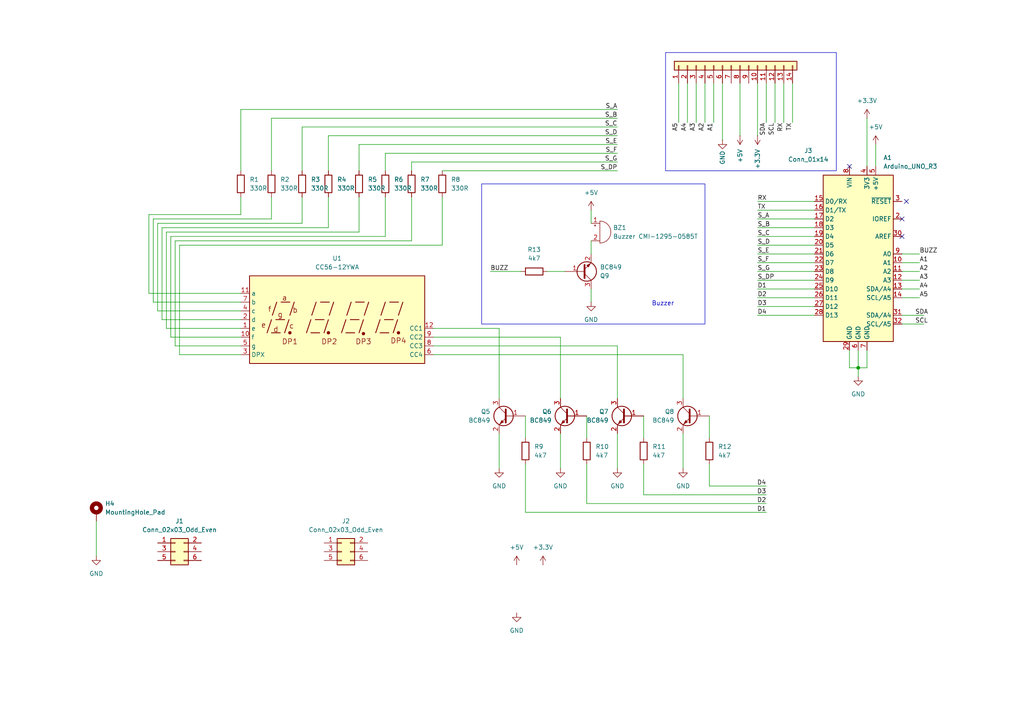
<source format=kicad_sch>
(kicad_sch (version 20231120) (generator "eeschema") (generator_version "8.0")
  (paper "A4")
  (title_block (title "Der Assembler-Down-Counter") (date "2024-09-23") (rev "0.1") (company "FH-DO") (comment 3 "Rechnerstruktur und Betriebssysteme") (comment 4 "Der Arduino Down-Counter"))
  (lib_symbols
    (symbol "Connector_Generic:Conn_01x14" (pin_names (offset 1.016) hide)
      (property "Reference" "J" (at 0 17.78 0))
      (property "Value" "Conn_01x14" (at 0 -20.32 0))
      (symbol "Conn_01x14_1_1"
        (rectangle (start -1.27 -17.653) (end 0 -17.907) (stroke (width 0.1524)))
        (rectangle (start -1.27 -15.113) (end 0 -15.367) (stroke (width 0.1524)))
        (rectangle (start -1.27 -12.573) (end 0 -12.827) (stroke (width 0.1524)))
        (rectangle (start -1.27 -10.033) (end 0 -10.287) (stroke (width 0.1524)))
        (rectangle (start -1.27 -7.493) (end 0 -7.747) (stroke (width 0.1524)))
        (rectangle (start -1.27 -4.953) (end 0 -5.207) (stroke (width 0.1524)))
        (rectangle (start -1.27 -2.413) (end 0 -2.667) (stroke (width 0.1524)))
        (rectangle (start -1.27 0.127) (end 0 -0.127) (stroke (width 0.1524)))
        (rectangle (start -1.27 2.667) (end 0 2.413) (stroke (width 0.1524)))
        (rectangle (start -1.27 5.207) (end 0 4.953) (stroke (width 0.1524)))
        (rectangle (start -1.27 7.747) (end 0 7.493) (stroke (width 0.1524)))
        (rectangle (start -1.27 10.287) (end 0 10.033) (stroke (width 0.1524)))
        (rectangle (start -1.27 12.827) (end 0 12.573) (stroke (width 0.1524)))
        (rectangle (start -1.27 15.367) (end 0 15.113) (stroke (width 0.1524)))
        (rectangle (start -1.27 16.51) (end 1.27 -19.05) (stroke (width 0.254)) (fill (type background)))
        (pin passive line (at -5.08 15.24 0) (length 3.81) (name "Pin_1") (number "1"))
        (pin passive line (at -5.08 -7.62 0) (length 3.81) (name "Pin_10") (number "10"))
        (pin passive line (at -5.08 -10.16 0) (length 3.81) (name "Pin_11") (number "11"))
        (pin passive line (at -5.08 -12.7 0) (length 3.81) (name "Pin_12") (number "12"))
        (pin passive line (at -5.08 -15.24 0) (length 3.81) (name "Pin_13") (number "13"))
        (pin passive line (at -5.08 -17.78 0) (length 3.81) (name "Pin_14") (number "14"))
        (pin passive line (at -5.08 12.7 0) (length 3.81) (name "Pin_2") (number "2"))
        (pin passive line (at -5.08 10.16 0) (length 3.81) (name "Pin_3") (number "3"))
        (pin passive line (at -5.08 7.62 0) (length 3.81) (name "Pin_4") (number "4"))
        (pin passive line (at -5.08 5.08 0) (length 3.81) (name "Pin_5") (number "5"))
        (pin passive line (at -5.08 2.54 0) (length 3.81) (name "Pin_6") (number "6"))
        (pin passive line (at -5.08 0 0) (length 3.81) (name "Pin_7") (number "7"))
        (pin passive line (at -5.08 -2.54 0) (length 3.81) (name "Pin_8") (number "8"))
        (pin passive line (at -5.08 -5.08 0) (length 3.81) (name "Pin_9") (number "9"))
      )
    )
    (symbol "Connector_Generic:Conn_02x03_Odd_Even" (pin_names (offset 1.016) hide)
      (property "Reference" "J" (at 1.27 5.08 0))
      (property "Value" "Conn_02x03_Odd_Even" (at 1.27 -5.08 0))
      (symbol "Conn_02x03_Odd_Even_1_1"
        (rectangle (start -1.27 -2.413) (end 0 -2.667) (stroke (width 0.1524)))
        (rectangle (start -1.27 0.127) (end 0 -0.127) (stroke (width 0.1524)))
        (rectangle (start -1.27 2.667) (end 0 2.413) (stroke (width 0.1524)))
        (rectangle (start -1.27 3.81) (end 3.81 -3.81) (stroke (width 0.254)) (fill (type background)))
        (rectangle (start 3.81 -2.413) (end 2.54 -2.667) (stroke (width 0.1524)))
        (rectangle (start 3.81 0.127) (end 2.54 -0.127) (stroke (width 0.1524)))
        (rectangle (start 3.81 2.667) (end 2.54 2.413) (stroke (width 0.1524)))
        (pin passive line (at -5.08 2.54 0) (length 3.81) (name "Pin_1") (number "1"))
        (pin passive line (at 7.62 2.54 180) (length 3.81) (name "Pin_2") (number "2"))
        (pin passive line (at -5.08 0 0) (length 3.81) (name "Pin_3") (number "3"))
        (pin passive line (at 7.62 0 180) (length 3.81) (name "Pin_4") (number "4"))
        (pin passive line (at -5.08 -2.54 0) (length 3.81) (name "Pin_5") (number "5"))
        (pin passive line (at 7.62 -2.54 180) (length 3.81) (name "Pin_6") (number "6"))
      )
    )
    (symbol "Device:Buzzer" (pin_names (offset 0.0254) hide)
      (property "Reference" "BZ" (at 3.81 1.27 0))
      (property "Value" "Buzzer" (at 3.81 -1.27 0))
      (symbol "Buzzer_0_1"
        (arc (start 0 -3.175) (mid 3.1612 0) (end 0 3.175))
        (polyline (pts (xy -1.651 1.905) (xy -1.143 1.905)))
        (polyline (pts (xy -1.397 2.159) (xy -1.397 1.651)))
        (polyline (pts (xy 0 3.175) (xy 0 -3.175)))
      )
      (symbol "Buzzer_1_1"
        (pin passive line (at -2.54 2.54 0) (length 2.54) (name "+") (number "1"))
        (pin passive line (at -2.54 -2.54 0) (length 2.54) (name "-") (number "2"))
      )
    )
    (symbol "Device:R" (pin_numbers hide) (pin_names (offset 0))
      (property "Reference" "R" (at 2.032 0 90))
      (property "Value" "R" (at 0 0 90))
      (symbol "R_0_1"
        (rectangle (start -1.016 -2.54) (end 1.016 2.54) (stroke (width 0.254)))
      )
      (symbol "R_1_1"
        (pin passive line (at 0 3.81 270) (length 1.27) (name "~") (number "1"))
        (pin passive line (at 0 -3.81 90) (length 1.27) (name "~") (number "2"))
      )
    )
    (symbol "Display_Character:CC56-12YWA"
      (property "Reference" "U" (at -24.13 13.97 0))
      (property "Value" "CC56-12YWA" (at 17.78 13.97 0))
      (symbol "CC56-12YWA_0_0"
        (rectangle (start -25.4 12.7) (end 25.4 -12.7) (stroke (width 0.254)) (fill (type background)))
        (polyline (pts (xy -20.32 -3.81) (xy -19.05 0)) (stroke (width 0.254)))
        (polyline (pts (xy -19.05 -3.81) (xy -16.51 -3.81)) (stroke (width 0.254)))
        (polyline (pts (xy -18.796 1.27) (xy -17.526 5.08)) (stroke (width 0.254)))
        (polyline (pts (xy -17.78 0) (xy -15.24 0)) (stroke (width 0.254)))
        (polyline (pts (xy -16.256 5.08) (xy -13.716 5.08)) (stroke (width 0.254)))
        (polyline (pts (xy -15.24 -3.81) (xy -13.97 0)) (stroke (width 0.254)))
        (polyline (pts (xy -13.716 1.27) (xy -12.446 5.08)) (stroke (width 0.254)))
        (polyline (pts (xy -8.89 -3.81) (xy -7.62 0)) (stroke (width 0.254)))
        (polyline (pts (xy -7.62 -3.81) (xy -5.08 -3.81)) (stroke (width 0.254)))
        (polyline (pts (xy -7.366 1.27) (xy -6.096 5.08)) (stroke (width 0.254)))
        (polyline (pts (xy -6.35 0) (xy -3.81 0)) (stroke (width 0.254)))
        (polyline (pts (xy -4.826 5.08) (xy -2.286 5.08)) (stroke (width 0.254)))
        (polyline (pts (xy -3.81 -3.81) (xy -2.54 0)) (stroke (width 0.254)))
        (polyline (pts (xy -2.286 1.27) (xy -1.016 5.08)) (stroke (width 0.254)))
        (polyline (pts (xy 1.27 -3.81) (xy 2.54 0)) (stroke (width 0.254)))
        (polyline (pts (xy 2.54 -3.81) (xy 5.08 -3.81)) (stroke (width 0.254)))
        (polyline (pts (xy 2.794 1.27) (xy 4.064 5.08)) (stroke (width 0.254)))
        (polyline (pts (xy 3.81 0) (xy 6.35 0)) (stroke (width 0.254)))
        (polyline (pts (xy 5.334 5.08) (xy 7.874 5.08)) (stroke (width 0.254)))
        (polyline (pts (xy 6.35 -3.81) (xy 7.62 0)) (stroke (width 0.254)))
        (polyline (pts (xy 7.874 1.27) (xy 9.144 5.08)) (stroke (width 0.254)))
        (polyline (pts (xy 11.176 -3.81) (xy 12.446 0)) (stroke (width 0.254)))
        (polyline (pts (xy 12.446 -3.81) (xy 14.986 -3.81)) (stroke (width 0.254)))
        (polyline (pts (xy 12.7 1.27) (xy 13.97 5.08)) (stroke (width 0.254)))
        (polyline (pts (xy 13.716 0) (xy 16.256 0)) (stroke (width 0.254)))
        (polyline (pts (xy 15.24 5.08) (xy 17.78 5.08)) (stroke (width 0.254)))
        (polyline (pts (xy 16.256 -3.81) (xy 17.526 0)) (stroke (width 0.254)))
        (polyline (pts (xy 17.78 1.27) (xy 19.05 5.08)) (stroke (width 0.254)))
        (text "a" (at -15.24 6.35 0) (effects (font (size 1.524 1.524))))
        (text "b" (at -12.192 2.794 0) (effects (font (size 1.524 1.524))))
        (text "c" (at -13.208 -1.778 0) (effects (font (size 1.524 1.524))))
        (text "d" (at -17.78 -2.794 0) (effects (font (size 1.524 1.524))))
        (text "DP1" (at -13.716 -6.35 0) (effects (font (size 1.524 1.524))))
        (text "DP2" (at -2.286 -6.35 0) (effects (font (size 1.524 1.524))))
        (text "DP3" (at 7.62 -6.35 0) (effects (font (size 1.524 1.524))))
        (text "DP4" (at 17.78 -6.096 0) (effects (font (size 1.524 1.524))))
        (text "e" (at -21.336 -1.524 0) (effects (font (size 1.524 1.524))))
        (text "f" (at -19.558 3.048 0) (effects (font (size 1.524 1.524))))
        (text "g" (at -16.51 1.524 0) (effects (font (size 1.524 1.524))))
      )
      (symbol "CC56-12YWA_0_1"
        (circle (center -13.716 -3.81) (radius 0.3556) (stroke (width 0.254)) (fill (type outline)))
        (circle (center -2.54 -3.81) (radius 0.3556) (stroke (width 0.254)) (fill (type outline)))
      )
      (symbol "CC56-12YWA_1_0"
        (circle (center 7.62 -4.064) (radius 0.3556) (stroke (width 0.254)) (fill (type outline)))
        (circle (center 17.78 -3.81) (radius 0.3556) (stroke (width 0.254)) (fill (type outline)))
      )
      (symbol "CC56-12YWA_1_1"
        (pin input line (at -27.94 -2.54 0) (length 2.54) (name "e") (number "1"))
        (pin input line (at -27.94 -5.08 0) (length 2.54) (name "f") (number "10"))
        (pin input line (at -27.94 7.62 0) (length 2.54) (name "a") (number "11"))
        (pin input line (at 27.94 -2.54 180) (length 2.54) (name "CC1") (number "12"))
        (pin input line (at -27.94 0 0) (length 2.54) (name "d") (number "2"))
        (pin input line (at -27.94 -10.16 0) (length 2.54) (name "DPX") (number "3"))
        (pin input line (at -27.94 2.54 0) (length 2.54) (name "c") (number "4"))
        (pin input line (at -27.94 -7.62 0) (length 2.54) (name "g") (number "5"))
        (pin input line (at 27.94 -10.16 180) (length 2.54) (name "CC4") (number "6"))
        (pin input line (at -27.94 5.08 0) (length 2.54) (name "b") (number "7"))
        (pin input line (at 27.94 -7.62 180) (length 2.54) (name "CC3") (number "8"))
        (pin input line (at 27.94 -5.08 180) (length 2.54) (name "CC2") (number "9"))
      )
    )
    (symbol "MCU_Module:Arduino_UNO_R3"
      (property "Reference" "A" (at -10.16 23.495 0))
      (property "Value" "Arduino_UNO_R3" (at 5.08 -26.67 0))
      (symbol "Arduino_UNO_R3_0_1"
        (rectangle (start -10.16 22.86) (end 10.16 -25.4) (stroke (width 0.254)) (fill (type background)))
      )
      (symbol "Arduino_UNO_R3_1_1"
        (pin no_connect line (at -10.16 -20.32 0) (length 2.54) hide (name "NC") (number "1"))
        (pin bidirectional line (at 12.7 -2.54 180) (length 2.54) (name "A1") (number "10"))
        (pin bidirectional line (at 12.7 -5.08 180) (length 2.54) (name "A2") (number "11"))
        (pin bidirectional line (at 12.7 -7.62 180) (length 2.54) (name "A3") (number "12"))
        (pin bidirectional line (at 12.7 -10.16 180) (length 2.54) (name "SDA/A4") (number "13"))
        (pin bidirectional line (at 12.7 -12.7 180) (length 2.54) (name "SCL/A5") (number "14"))
        (pin bidirectional line (at -12.7 15.24 0) (length 2.54) (name "D0/RX") (number "15"))
        (pin bidirectional line (at -12.7 12.7 0) (length 2.54) (name "D1/TX") (number "16"))
        (pin bidirectional line (at -12.7 10.16 0) (length 2.54) (name "D2") (number "17"))
        (pin bidirectional line (at -12.7 7.62 0) (length 2.54) (name "D3") (number "18"))
        (pin bidirectional line (at -12.7 5.08 0) (length 2.54) (name "D4") (number "19"))
        (pin output line (at 12.7 10.16 180) (length 2.54) (name "IOREF") (number "2"))
        (pin bidirectional line (at -12.7 2.54 0) (length 2.54) (name "D5") (number "20"))
        (pin bidirectional line (at -12.7 0 0) (length 2.54) (name "D6") (number "21"))
        (pin bidirectional line (at -12.7 -2.54 0) (length 2.54) (name "D7") (number "22"))
        (pin bidirectional line (at -12.7 -5.08 0) (length 2.54) (name "D8") (number "23"))
        (pin bidirectional line (at -12.7 -7.62 0) (length 2.54) (name "D9") (number "24"))
        (pin bidirectional line (at -12.7 -10.16 0) (length 2.54) (name "D10") (number "25"))
        (pin bidirectional line (at -12.7 -12.7 0) (length 2.54) (name "D11") (number "26"))
        (pin bidirectional line (at -12.7 -15.24 0) (length 2.54) (name "D12") (number "27"))
        (pin bidirectional line (at -12.7 -17.78 0) (length 2.54) (name "D13") (number "28"))
        (pin power_in line (at -2.54 -27.94 90) (length 2.54) (name "GND") (number "29"))
        (pin input line (at 12.7 15.24 180) (length 2.54) (name "~{RESET}") (number "3"))
        (pin input line (at 12.7 5.08 180) (length 2.54) (name "AREF") (number "30"))
        (pin bidirectional line (at 12.7 -17.78 180) (length 2.54) (name "SDA/A4") (number "31"))
        (pin bidirectional line (at 12.7 -20.32 180) (length 2.54) (name "SCL/A5") (number "32"))
        (pin power_out line (at 2.54 25.4 270) (length 2.54) (name "3V3") (number "4"))
        (pin power_out line (at 5.08 25.4 270) (length 2.54) (name "+5V") (number "5"))
        (pin power_in line (at 0 -27.94 90) (length 2.54) (name "GND") (number "6"))
        (pin power_in line (at 2.54 -27.94 90) (length 2.54) (name "GND") (number "7"))
        (pin power_in line (at -2.54 25.4 270) (length 2.54) (name "VIN") (number "8"))
        (pin bidirectional line (at 12.7 0 180) (length 2.54) (name "A0") (number "9"))
      )
    )
    (symbol "Mechanical:MountingHole_Pad" (pin_numbers hide) (pin_names (offset 1.016) hide) (exclude_from_sim yes) (in_bom no)
      (property "Reference" "H" (at 0 6.35 0))
      (property "Value" "MountingHole_Pad" (at 0 4.445 0))
      (symbol "MountingHole_Pad_0_1"
        (circle (center 0 1.27) (radius 1.27) (stroke (width 1.27)))
      )
      (symbol "MountingHole_Pad_1_1"
        (pin input line (at 0 -2.54 90) (length 2.54) (name "1") (number "1"))
      )
    )
    (symbol "Transistor_BJT:BC849" (pin_names (offset 0) hide)
      (property "Reference" "Q" (at 5.08 1.905 0))
      (property "Value" "BC849" (at 5.08 0 0))
      (symbol "BC849_0_1"
        (polyline (pts (xy 0.635 0.635) (xy 2.54 2.54)))
        (polyline (pts (xy 0.635 -0.635) (xy 2.54 -2.54) (xy 2.54 -2.54)))
        (polyline (pts (xy 0.635 1.905) (xy 0.635 -1.905) (xy 0.635 -1.905)) (stroke (width 0.508)))
        (polyline (pts (xy 1.27 -1.778) (xy 1.778 -1.27) (xy 2.286 -2.286) (xy 1.27 -1.778) (xy 1.27 -1.778)) (fill (type outline)))
        (circle (center 1.27 0) (radius 2.8194) (stroke (width 0.254)))
      )
      (symbol "BC849_1_1"
        (pin input line (at -5.08 0 0) (length 5.715) (name "B") (number "1"))
        (pin passive line (at 2.54 -5.08 90) (length 2.54) (name "E") (number "2"))
        (pin passive line (at 2.54 5.08 270) (length 2.54) (name "C") (number "3"))
      )
    )
    (symbol "power:+3.3V" (power) (pin_numbers hide) (pin_names (offset 0) hide)
      (property "Value" "+3.3V" (at 0 3.556 0))
      (symbol "+3.3V_0_1"
        (polyline (pts (xy -0.762 1.27) (xy 0 2.54)))
        (polyline (pts (xy 0 0) (xy 0 2.54)))
        (polyline (pts (xy 0 2.54) (xy 0.762 1.27)))
      )
      (symbol "+3.3V_1_1"
        (pin power_in line (at 0 0 90) (length 0) (name "~") (number "1"))
      )
    )
    (symbol "power:+5V" (power) (pin_numbers hide) (pin_names (offset 0) hide)
      (property "Value" "+5V" (at 0 3.556 0))
      (symbol "+5V_0_1"
        (polyline (pts (xy -0.762 1.27) (xy 0 2.54)))
        (polyline (pts (xy 0 0) (xy 0 2.54)))
        (polyline (pts (xy 0 2.54) (xy 0.762 1.27)))
      )
      (symbol "+5V_1_1"
        (pin power_in line (at 0 0 90) (length 0) (name "~") (number "1"))
      )
    )
    (symbol "power:GND" (power) (pin_numbers hide) (pin_names (offset 0) hide)
      (property "Value" "GND" (at 0 -3.81 0))
      (symbol "GND_0_1"
        (polyline (pts (xy 0 0) (xy 0 -1.27) (xy 1.27 -1.27) (xy 0 -2.54) (xy -1.27 -1.27) (xy 0 -1.27)))
      )
      (symbol "GND_1_1"
        (pin power_in line (at 0 0 270) (length 0) (name "~") (number "1"))
      )
    )
  )
  (junction (at 248.92 106.68))
  (no_connect (at 262.89 58.42))
  (no_connect (at 261.62 63.5))
  (no_connect (at 261.62 68.58))
  (no_connect (at 246.38 48.26))
  (wire (pts (xy 144.78 115.57) (xy 144.78 95.25)))
  (wire (pts (xy 254 41.91) (xy 254 48.26)))
  (wire (pts (xy 248.92 106.68) (xy 248.92 109.22)))
  (wire (pts (xy 261.62 78.74) (xy 266.7 78.74)))
  (wire (pts (xy 170.18 120.65) (xy 170.18 127)))
  (wire (pts (xy 48.26 67.31) (xy 48.26 95.25)))
  (wire (pts (xy 186.69 143.51) (xy 222.25 143.51)))
  (wire (pts (xy 49.53 97.79) (xy 49.53 68.58)))
  (wire (pts (xy 52.07 102.87) (xy 52.07 71.12)))
  (wire (pts (xy 50.8 100.33) (xy 69.85 100.33)))
  (wire (pts (xy 236.22 83.82) (xy 219.71 83.82)))
  (wire (pts (xy 236.22 73.66) (xy 219.71 73.66)))
  (wire (pts (xy 179.07 100.33) (xy 179.07 115.57)))
  (wire (pts (xy 78.74 57.15) (xy 78.74 63.5)))
  (wire (pts (xy 261.62 83.82) (xy 266.7 83.82)))
  (wire (pts (xy 251.46 34.29) (xy 251.46 48.26)))
  (wire (pts (xy 199.39 24.13) (xy 199.39 35.56)))
  (wire (pts (xy 186.69 134.62) (xy 186.69 143.51)))
  (wire (pts (xy 170.18 146.05) (xy 222.25 146.05)))
  (wire (pts (xy 152.4 134.62) (xy 152.4 148.59)))
  (wire (pts (xy 111.76 44.45) (xy 179.07 44.45)))
  (wire (pts (xy 128.27 49.53) (xy 179.07 49.53)))
  (wire (pts (xy 152.4 120.65) (xy 152.4 127)))
  (wire (pts (xy 171.45 69.85) (xy 171.45 73.66)))
  (wire (pts (xy 248.92 101.6) (xy 248.92 106.68)))
  (wire (pts (xy 251.46 101.6) (xy 251.46 106.68)))
  (wire (pts (xy 95.25 49.53) (xy 95.25 39.37)))
  (wire (pts (xy 44.45 63.5) (xy 44.45 87.63)))
  (wire (pts (xy 125.73 102.87) (xy 198.12 102.87)))
  (wire (pts (xy 43.18 85.09) (xy 69.85 85.09)))
  (wire (pts (xy 104.14 49.53) (xy 104.14 41.91)))
  (wire (pts (xy 261.62 91.44) (xy 267.97 91.44)))
  (wire (pts (xy 222.25 24.13) (xy 222.25 35.56)))
  (wire (pts (xy 144.78 95.25) (xy 125.73 95.25)))
  (wire (pts (xy 45.72 64.77) (xy 45.72 90.17)))
  (wire (pts (xy 87.63 64.77) (xy 45.72 64.77)))
  (wire (pts (xy 209.55 24.13) (xy 209.55 40.64)))
  (wire (pts (xy 236.22 68.58) (xy 219.71 68.58)))
  (wire (pts (xy 95.25 57.15) (xy 95.25 66.04)))
  (wire (pts (xy 119.38 57.15) (xy 119.38 69.85)))
  (wire (pts (xy 111.76 49.53) (xy 111.76 44.45)))
  (wire (pts (xy 144.78 125.73) (xy 144.78 135.89)))
  (wire (pts (xy 251.46 106.68) (xy 248.92 106.68)))
  (wire (pts (xy 236.22 88.9) (xy 219.71 88.9)))
  (wire (pts (xy 224.79 24.13) (xy 224.79 35.56)))
  (wire (pts (xy 219.71 60.96) (xy 236.22 60.96)))
  (wire (pts (xy 236.22 63.5) (xy 219.71 63.5)))
  (wire (pts (xy 196.85 24.13) (xy 196.85 35.56)))
  (wire (pts (xy 119.38 46.99) (xy 179.07 46.99)))
  (wire (pts (xy 27.94 151.13) (xy 27.94 161.29)))
  (wire (pts (xy 205.74 134.62) (xy 205.74 140.97)))
  (wire (pts (xy 162.56 97.79) (xy 162.56 115.57)))
  (wire (pts (xy 95.25 66.04) (xy 46.99 66.04)))
  (wire (pts (xy 186.69 120.65) (xy 186.69 127)))
  (wire (pts (xy 128.27 71.12) (xy 128.27 57.15)))
  (wire (pts (xy 179.07 125.73) (xy 179.07 135.89)))
  (wire (pts (xy 198.12 102.87) (xy 198.12 115.57)))
  (wire (pts (xy 125.73 100.33) (xy 179.07 100.33)))
  (wire (pts (xy 46.99 66.04) (xy 46.99 92.71)))
  (wire (pts (xy 207.01 24.13) (xy 207.01 35.56)))
  (wire (pts (xy 111.76 68.58) (xy 111.76 57.15)))
  (wire (pts (xy 69.85 49.53) (xy 69.85 31.75)))
  (wire (pts (xy 52.07 71.12) (xy 128.27 71.12)))
  (wire (pts (xy 246.38 106.68) (xy 248.92 106.68)))
  (wire (pts (xy 69.85 102.87) (xy 52.07 102.87)))
  (wire (pts (xy 48.26 95.25) (xy 69.85 95.25)))
  (wire (pts (xy 214.63 24.13) (xy 214.63 39.37)))
  (wire (pts (xy 198.12 125.73) (xy 198.12 135.89)))
  (wire (pts (xy 204.47 24.13) (xy 204.47 35.56)))
  (wire (pts (xy 236.22 78.74) (xy 219.71 78.74)))
  (wire (pts (xy 171.45 60.96) (xy 171.45 64.77)))
  (wire (pts (xy 119.38 46.99) (xy 119.38 49.53)))
  (wire (pts (xy 236.22 71.12) (xy 219.71 71.12)))
  (wire (pts (xy 104.14 67.31) (xy 48.26 67.31)))
  (wire (pts (xy 69.85 97.79) (xy 49.53 97.79)))
  (wire (pts (xy 78.74 34.29) (xy 179.07 34.29)))
  (wire (pts (xy 261.62 81.28) (xy 266.7 81.28)))
  (wire (pts (xy 152.4 148.59) (xy 222.25 148.59)))
  (wire (pts (xy 69.85 31.75) (xy 179.07 31.75)))
  (wire (pts (xy 261.62 73.66) (xy 266.7 73.66)))
  (wire (pts (xy 43.18 62.23) (xy 43.18 85.09)))
  (wire (pts (xy 236.22 76.2) (xy 219.71 76.2)))
  (wire (pts (xy 50.8 69.85) (xy 50.8 100.33)))
  (wire (pts (xy 227.33 24.13) (xy 227.33 35.56)))
  (wire (pts (xy 205.74 140.97) (xy 222.25 140.97)))
  (wire (pts (xy 261.62 76.2) (xy 266.7 76.2)))
  (wire (pts (xy 87.63 49.53) (xy 87.63 36.83)))
  (wire (pts (xy 49.53 68.58) (xy 111.76 68.58)))
  (wire (pts (xy 78.74 49.53) (xy 78.74 34.29)))
  (wire (pts (xy 158.75 78.74) (xy 163.83 78.74)))
  (wire (pts (xy 171.45 83.82) (xy 171.45 87.63)))
  (wire (pts (xy 69.85 57.15) (xy 69.85 62.23)))
  (wire (pts (xy 229.87 24.13) (xy 229.87 35.56)))
  (wire (pts (xy 236.22 81.28) (xy 219.71 81.28)))
  (wire (pts (xy 87.63 36.83) (xy 179.07 36.83)))
  (wire (pts (xy 236.22 86.36) (xy 219.71 86.36)))
  (wire (pts (xy 87.63 57.15) (xy 87.63 64.77)))
  (wire (pts (xy 205.74 120.65) (xy 205.74 127)))
  (wire (pts (xy 78.74 63.5) (xy 44.45 63.5)))
  (wire (pts (xy 69.85 62.23) (xy 43.18 62.23)))
  (wire (pts (xy 236.22 91.44) (xy 219.71 91.44)))
  (wire (pts (xy 45.72 90.17) (xy 69.85 90.17)))
  (wire (pts (xy 95.25 39.37) (xy 179.07 39.37)))
  (wire (pts (xy 125.73 97.79) (xy 162.56 97.79)))
  (wire (pts (xy 261.62 86.36) (xy 266.7 86.36)))
  (wire (pts (xy 119.38 69.85) (xy 50.8 69.85)))
  (wire (pts (xy 170.18 134.62) (xy 170.18 146.05)))
  (wire (pts (xy 261.62 93.98) (xy 267.97 93.98)))
  (wire (pts (xy 219.71 24.13) (xy 219.71 39.37)))
  (wire (pts (xy 142.24 78.74) (xy 151.13 78.74)))
  (wire (pts (xy 246.38 101.6) (xy 246.38 106.68)))
  (wire (pts (xy 46.99 92.71) (xy 69.85 92.71)))
  (wire (pts (xy 104.14 41.91) (xy 179.07 41.91)))
  (wire (pts (xy 236.22 66.04) (xy 219.71 66.04)))
  (wire (pts (xy 201.93 24.13) (xy 201.93 35.56)))
  (wire (pts (xy 44.45 87.63) (xy 69.85 87.63)))
  (wire (pts (xy 162.56 125.73) (xy 162.56 135.89)))
  (wire (pts (xy 219.71 58.42) (xy 236.22 58.42)))
  (wire (pts (xy 104.14 57.15) (xy 104.14 67.31)))
  (rectangle (start 139.7 53.34) (end 204.47 93.98))
  (rectangle (start 193.04 15.24) (end 242.57 49.53))
  (text "Buzzer" (at 192.278 88.138 0) (effects (font (size 1.27 1.27))))
  (label "S_B" (at 219.71 66.04 0))
  (label "S_C" (at 219.71 68.58 0))
  (label "RX" (at 219.71 58.42 0))
  (label "D3" (at 219.71 88.9 0))
  (label "S_E" (at 179.07 41.91 180))
  (label "S_F" (at 219.71 76.2 0))
  (label "D3" (at 222.25 143.51 180))
  (label "A3" (at 201.93 35.56 270))
  (label "D1" (at 222.25 148.59 180))
  (label "D2" (at 219.71 86.36 0))
  (label "TX" (at 219.71 60.96 0))
  (label "D4" (at 219.71 91.44 0))
  (label "S_A" (at 179.07 31.75 180))
  (label "BUZZ" (at 142.24 78.74 0))
  (label "SDA" (at 222.25 35.56 270))
  (label "D4" (at 222.25 140.97 180))
  (label "S_G" (at 179.07 46.99 180))
  (label "A2" (at 266.7 78.74 0))
  (label "S_E" (at 219.71 73.66 0))
  (label "S_D" (at 219.71 71.12 0))
  (label "S_G" (at 219.71 78.74 0))
  (label "S_B" (at 179.07 34.29 180))
  (label "A4" (at 199.39 35.56 270))
  (label "S_C" (at 179.07 36.83 180))
  (label "A1" (at 207.01 35.56 270))
  (label "A5" (at 196.85 35.56 270))
  (label "A4" (at 266.7 83.82 0))
  (label "SDA" (at 265.43 91.44 0))
  (label "S_DP" (at 179.07 49.53 180))
  (label "A5" (at 266.7 86.36 0))
  (label "TX" (at 229.87 35.56 270))
  (label "A2" (at 204.47 35.56 270))
  (label "D2" (at 222.25 146.05 180))
  (label "A1" (at 266.7 76.2 0))
  (label "S_F" (at 179.07 44.45 180))
  (label "S_D" (at 179.07 39.37 180))
  (label "RX" (at 227.33 35.56 270))
  (label "SCL" (at 265.43 93.98 0))
  (label "BUZZ" (at 266.7 73.66 0))
  (label "S_A" (at 219.71 63.5 0))
  (label "D1" (at 219.71 83.82 0))
  (label "S_DP" (at 219.71 81.28 0))
  (label "SCL" (at 224.79 35.56 270))
  (label "A3" (at 266.7 81.28 0))
  (symbol (lib_id "power:GND") (at 209.55 40.64 0) (unit 1)
    (property "Reference" "#PWR010" (effects (hide yes)))
    (property "Value" "GND" (at 209.55 45.72 90))
    (property "Description" "Power symbol creates a global label with name \"GND\" , ground" (effects (hide yes)))
  )
  (symbol (lib_id "Mechanical:MountingHole_Pad") (at 27.94 148.59 0) (unit 1) (exclude_from_sim yes) (in_bom no)
    (property "Reference" "H4" (at 30.48 146.0499 0) (effects (justify left)))
    (property "Value" "MountingHole_Pad" (at 30.48 148.5899 0) (effects (justify left)))
    (property "Footprint" "MountingHole:MountingHole_3.2mm_M3_DIN965_Pad" (effects (hide yes)))
    (property "Description" "Mounting Hole with connection" (effects (hide yes)))
  )
  (symbol (lib_id "power:+3.3V") (at 157.48 163.83 0) (unit 1)
    (property "Reference" "#PWR013" (effects (hide yes)))
    (property "Value" "+3.3V" (at 157.48 158.75 0))
    (property "Description" "Power symbol creates a global label with name \"+3.3V\"" (effects (hide yes)))
  )
  (symbol (lib_id "power:GND") (at 198.12 135.89 0) (unit 1)
    (property "Reference" "#PWR06" (effects (hide yes)))
    (property "Value" "GND" (at 198.12 140.97 0))
    (property "Description" "Power symbol creates a global label with name \"GND\" , ground" (effects (hide yes)))
  )
  (symbol (lib_id "Device:Buzzer") (at 173.99 67.31 0) (unit 1)
    (property "Reference" "BZ1" (at 177.8 66.0399 0) (effects (justify left)))
    (property "Value" "Buzzer CMI-1295-0585T" (at 177.8 68.5799 0) (effects (justify left)))
    (property "Footprint" "Buzzer_Beeper:Buzzer_12x9.5RM7.6" (effects (hide yes)))
    (property "Description" "Buzzer, polarized" (effects (hide yes)))
  )
  (symbol (lib_id "Transistor_BJT:BC849") (at 168.91 78.74 0) (mirror x) (unit 1)
    (property "Reference" "Q9" (at 173.99 80.0101 0) (effects (justify left)))
    (property "Value" "BC849" (at 173.99 77.4701 0) (effects (justify left)))
    (property "Footprint" "Package_TO_SOT_SMD:SOT-23" (effects (hide yes)))
    (property "Datasheet" "http://www.infineon.com/dgdl/Infineon-BC847SERIES_BC848SERIES_BC849SERIES_BC850SERIES-DS-v01_01-en.pdf?fileId=db3a304314dca389011541d4630a1657" (effects (hide yes)))
    (property "Description" "0.1A Ic, 30V Vce, NPN Transistor, SOT-23" (effects (hide yes)))
  )
  (symbol (lib_id "Device:R") (at 119.38 53.34 0) (unit 1)
    (property "Reference" "R7" (at 121.92 52.0699 0) (effects (justify left)))
    (property "Value" "330R" (at 121.92 54.6099 0) (effects (justify left)))
    (property "Footprint" "Resistor_SMD:R_0805_2012Metric" (effects (hide yes)))
    (property "Description" "Resistor" (effects (hide yes)))
  )
  (symbol (lib_id "Device:R") (at 104.14 53.34 0) (unit 1)
    (property "Reference" "R5" (at 106.68 52.0699 0) (effects (justify left)))
    (property "Value" "330R" (at 106.68 54.6099 0) (effects (justify left)))
    (property "Footprint" "Resistor_SMD:R_0805_2012Metric" (effects (hide yes)))
    (property "Description" "Resistor" (effects (hide yes)))
  )
  (symbol (lib_id "power:+5V") (at 254 41.91 0) (unit 1)
    (property "Reference" "#PWR08" (effects (hide yes)))
    (property "Value" "+5V" (at 254 36.83 0))
    (property "Description" "Power symbol creates a global label with name \"+5V\"" (effects (hide yes)))
  )
  (symbol (lib_id "power:GND") (at 144.78 135.89 0) (unit 1)
    (property "Reference" "#PWR01" (effects (hide yes)))
    (property "Value" "GND" (at 144.78 140.97 0))
    (property "Description" "Power symbol creates a global label with name \"GND\" , ground" (effects (hide yes)))
  )
  (symbol (lib_id "power:GND") (at 27.94 161.29 0) (unit 1)
    (property "Reference" "#PWR09" (effects (hide yes)))
    (property "Value" "GND" (at 27.94 166.37 0))
    (property "Description" "Power symbol creates a global label with name \"GND\" , ground" (effects (hide yes)))
  )
  (symbol (lib_id "Device:R") (at 78.74 53.34 0) (unit 1)
    (property "Reference" "R2" (at 81.28 52.0699 0) (effects (justify left)))
    (property "Value" "330R" (at 81.28 54.6099 0) (effects (justify left)))
    (property "Footprint" "Resistor_SMD:R_0805_2012Metric" (effects (hide yes)))
    (property "Description" "Resistor" (effects (hide yes)))
  )
  (symbol (lib_id "power:GND") (at 248.92 109.22 0) (unit 1)
    (property "Reference" "#PWR07" (effects (hide yes)))
    (property "Value" "GND" (at 248.92 114.3 0))
    (property "Description" "Power symbol creates a global label with name \"GND\" , ground" (effects (hide yes)))
  )
  (symbol (lib_id "power:+5V") (at 214.63 39.37 180) (unit 1)
    (property "Reference" "#PWR011" (effects (hide yes)))
    (property "Value" "+5V" (at 214.6301 43.18 90) (effects (justify left)))
    (property "Description" "Power symbol creates a global label with name \"+5V\"" (effects (hide yes)))
  )
  (symbol (lib_id "power:GND") (at 162.56 135.89 0) (unit 1)
    (property "Reference" "#PWR04" (effects (hide yes)))
    (property "Value" "GND" (at 162.56 140.97 0))
    (property "Description" "Power symbol creates a global label with name \"GND\" , ground" (effects (hide yes)))
  )
  (symbol (lib_id "Device:R") (at 186.69 130.81 0) (unit 1)
    (property "Reference" "R11" (at 189.23 129.5399 0) (effects (justify left)))
    (property "Value" "4k7" (at 189.23 132.0799 0) (effects (justify left)))
    (property "Footprint" "Resistor_SMD:R_0805_2012Metric" (effects (hide yes)))
    (property "Description" "Resistor" (effects (hide yes)))
  )
  (symbol (lib_id "Display_Character:CC56-12YWA") (at 97.79 92.71 0) (unit 1)
    (property "Reference" "U1" (at 97.79 74.93 0))
    (property "Value" "CC56-12YWA" (at 97.79 77.47 0))
    (property "Footprint" "Display_7Segment:CC56-12YWA" (effects (hide yes)))
    (property "Datasheet" "http://www.kingbrightusa.com/images/catalog/SPEC/CC56-12YWA.pdf" (effects (hide yes)))
    (property "Description" "4 digit 7 segment  yellow LED, common cathode" (effects (hide yes)))
  )
  (symbol (lib_id "Device:R") (at 111.76 53.34 0) (unit 1)
    (property "Reference" "R6" (at 114.3 52.0699 0) (effects (justify left)))
    (property "Value" "330R" (at 114.3 54.6099 0) (effects (justify left)))
    (property "Footprint" "Resistor_SMD:R_0805_2012Metric" (effects (hide yes)))
    (property "Description" "Resistor" (effects (hide yes)))
  )
  (symbol (lib_id "Device:R") (at 95.25 53.34 0) (unit 1)
    (property "Reference" "R4" (at 97.79 52.0699 0) (effects (justify left)))
    (property "Value" "330R" (at 97.79 54.6099 0) (effects (justify left)))
    (property "Footprint" "Resistor_SMD:R_0805_2012Metric" (effects (hide yes)))
    (property "Description" "Resistor" (effects (hide yes)))
  )
  (symbol (lib_id "power:+3.3V") (at 251.46 34.29 0) (unit 1)
    (property "Reference" "#PWR012" (effects (hide yes)))
    (property "Value" "+3.3V" (at 251.46 29.21 0))
    (property "Description" "Power symbol creates a global label with name \"+3.3V\"" (effects (hide yes)))
  )
  (symbol (lib_id "power:GND") (at 149.86 177.8 0) (unit 1)
    (property "Reference" "#PWR03" (effects (hide yes)))
    (property "Value" "GND" (at 149.86 182.88 0))
    (property "Description" "Power symbol creates a global label with name \"GND\" , ground" (effects (hide yes)))
  )
  (symbol (lib_id "power:+3.3V") (at 219.71 39.37 180) (unit 1)
    (property "Reference" "#PWR014" (effects (hide yes)))
    (property "Value" "+3.3V" (at 219.7101 43.18 90) (effects (justify left)))
    (property "Description" "Power symbol creates a global label with name \"+3.3V\"" (effects (hide yes)))
  )
  (symbol (lib_id "power:+5V") (at 171.45 60.96 0) (unit 1)
    (property "Reference" "#PWR016" (effects (hide yes)))
    (property "Value" "+5V" (at 171.45 55.88 0))
    (property "Description" "Power symbol creates a global label with name \"+5V\"" (effects (hide yes)))
  )
  (symbol (lib_id "Device:R") (at 69.85 53.34 0) (unit 1)
    (property "Reference" "R1" (at 72.39 52.0699 0) (effects (justify left)))
    (property "Value" "330R" (at 72.39 54.6099 0) (effects (justify left)))
    (property "Footprint" "Resistor_SMD:R_0805_2012Metric" (effects (hide yes)))
    (property "Description" "Resistor" (effects (hide yes)))
  )
  (symbol (lib_id "Connector_Generic:Conn_02x03_Odd_Even") (at 50.8 160.02 0) (unit 1)
    (property "Reference" "J1" (at 52.07 151.13 0))
    (property "Value" "Conn_02x03_Odd_Even" (at 52.07 153.67 0))
    (property "Footprint" "Connector_PinHeader_2.54mm:PinHeader_2x03_P2.54mm_Vertical" (effects (hide yes)))
    (property "Description" "Generic connector, double row, 02x03, odd/even pin numbering scheme (row 1 odd numbers, row 2 even numbers), script generated (kicad-library-utils/schlib/autogen/connector/)" (effects (hide yes)))
  )
  (symbol (lib_id "Connector_Generic:Conn_02x03_Odd_Even") (at 99.06 160.02 0) (unit 1)
    (property "Reference" "J2" (at 100.33 151.13 0))
    (property "Value" "Conn_02x03_Odd_Even" (at 100.33 153.67 0))
    (property "Footprint" "Connector_PinHeader_2.54mm:PinHeader_2x03_P2.54mm_Vertical" (effects (hide yes)))
    (property "Description" "Generic connector, double row, 02x03, odd/even pin numbering scheme (row 1 odd numbers, row 2 even numbers), script generated (kicad-library-utils/schlib/autogen/connector/)" (effects (hide yes)))
  )
  (symbol (lib_id "MCU_Module:Arduino_UNO_R3") (at 248.92 73.66 0) (unit 1)
    (property "Reference" "A1" (at 256.1941 45.72 0) (effects (justify left)))
    (property "Value" "Arduino_UNO_R3" (at 256.1941 48.26 0) (effects (justify left)))
    (property "Footprint" "Module:Arduino_UNO_R3" (effects (hide yes)))
    (property "Datasheet" "https://www.arduino.cc/en/Main/arduinoBoardUno" (effects (hide yes)))
    (property "Description" "Arduino UNO Microcontroller Module, release 3" (effects (hide yes)))
  )
  (symbol (lib_id "Transistor_BJT:BC849") (at 181.61 120.65 0) (mirror y) (unit 1)
    (property "Reference" "Q7" (at 176.53 119.3799 0) (effects (justify left)))
    (property "Value" "BC849" (at 176.53 121.9199 0) (effects (justify left)))
    (property "Footprint" "Package_TO_SOT_SMD:SOT-23" (effects (hide yes)))
    (property "Datasheet" "http://www.infineon.com/dgdl/Infineon-BC847SERIES_BC848SERIES_BC849SERIES_BC850SERIES-DS-v01_01-en.pdf?fileId=db3a304314dca389011541d4630a1657" (effects (hide yes)))
    (property "Description" "0.1A Ic, 30V Vce, NPN Transistor, SOT-23" (effects (hide yes)))
  )
  (symbol (lib_id "Transistor_BJT:BC849") (at 147.32 120.65 0) (mirror y) (unit 1)
    (property "Reference" "Q5" (at 142.24 119.3799 0) (effects (justify left)))
    (property "Value" "BC849" (at 142.24 121.9199 0) (effects (justify left)))
    (property "Footprint" "Package_TO_SOT_SMD:SOT-23" (effects (hide yes)))
    (property "Datasheet" "http://www.infineon.com/dgdl/Infineon-BC847SERIES_BC848SERIES_BC849SERIES_BC850SERIES-DS-v01_01-en.pdf?fileId=db3a304314dca389011541d4630a1657" (effects (hide yes)))
    (property "Description" "0.1A Ic, 30V Vce, NPN Transistor, SOT-23" (effects (hide yes)))
  )
  (symbol (lib_id "power:+5V") (at 149.86 163.83 0) (unit 1)
    (property "Reference" "#PWR02" (effects (hide yes)))
    (property "Value" "+5V" (at 149.86 158.75 0))
    (property "Description" "Power symbol creates a global label with name \"+5V\"" (effects (hide yes)))
  )
  (symbol (lib_id "Transistor_BJT:BC849") (at 165.1 120.65 0) (mirror y) (unit 1)
    (property "Reference" "Q6" (at 160.02 119.3799 0) (effects (justify left)))
    (property "Value" "BC849" (at 160.02 121.9199 0) (effects (justify left)))
    (property "Footprint" "Package_TO_SOT_SMD:SOT-23" (effects (hide yes)))
    (property "Datasheet" "http://www.infineon.com/dgdl/Infineon-BC847SERIES_BC848SERIES_BC849SERIES_BC850SERIES-DS-v01_01-en.pdf?fileId=db3a304314dca389011541d4630a1657" (effects (hide yes)))
    (property "Description" "0.1A Ic, 30V Vce, NPN Transistor, SOT-23" (effects (hide yes)))
  )
  (symbol (lib_id "power:GND") (at 179.07 135.89 0) (unit 1)
    (property "Reference" "#PWR05" (effects (hide yes)))
    (property "Value" "GND" (at 179.07 140.97 0))
    (property "Description" "Power symbol creates a global label with name \"GND\" , ground" (effects (hide yes)))
  )
  (symbol (lib_id "Device:R") (at 170.18 130.81 0) (unit 1)
    (property "Reference" "R10" (at 172.72 129.5399 0) (effects (justify left)))
    (property "Value" "4k7" (at 172.72 132.0799 0) (effects (justify left)))
    (property "Footprint" "Resistor_SMD:R_0805_2012Metric" (effects (hide yes)))
    (property "Description" "Resistor" (effects (hide yes)))
  )
  (symbol (lib_id "Device:R") (at 87.63 53.34 0) (unit 1)
    (property "Reference" "R3" (at 90.17 52.0699 0) (effects (justify left)))
    (property "Value" "330R" (at 90.17 54.6099 0) (effects (justify left)))
    (property "Footprint" "Resistor_SMD:R_0805_2012Metric" (effects (hide yes)))
    (property "Description" "Resistor" (effects (hide yes)))
  )
  (symbol (lib_id "Device:R") (at 128.27 53.34 0) (unit 1)
    (property "Reference" "R8" (at 130.81 52.0699 0) (effects (justify left)))
    (property "Value" "330R" (at 130.81 54.6099 0) (effects (justify left)))
    (property "Footprint" "Resistor_SMD:R_0805_2012Metric" (effects (hide yes)))
    (property "Description" "Resistor" (effects (hide yes)))
  )
  (symbol (lib_id "Transistor_BJT:BC849") (at 200.66 120.65 0) (mirror y) (unit 1)
    (property "Reference" "Q8" (at 195.58 119.3799 0) (effects (justify left)))
    (property "Value" "BC849" (at 195.58 121.9199 0) (effects (justify left)))
    (property "Footprint" "Package_TO_SOT_SMD:SOT-23" (effects (hide yes)))
    (property "Datasheet" "http://www.infineon.com/dgdl/Infineon-BC847SERIES_BC848SERIES_BC849SERIES_BC850SERIES-DS-v01_01-en.pdf?fileId=db3a304314dca389011541d4630a1657" (effects (hide yes)))
    (property "Description" "0.1A Ic, 30V Vce, NPN Transistor, SOT-23" (effects (hide yes)))
  )
  (symbol (lib_id "Device:R") (at 205.74 130.81 0) (unit 1)
    (property "Reference" "R12" (at 208.28 129.5399 0) (effects (justify left)))
    (property "Value" "4k7" (at 208.28 132.0799 0) (effects (justify left)))
    (property "Footprint" "Resistor_SMD:R_0805_2012Metric" (effects (hide yes)))
    (property "Description" "Resistor" (effects (hide yes)))
  )
  (symbol (lib_id "power:GND") (at 171.45 87.63 0) (unit 1)
    (property "Reference" "#PWR015" (effects (hide yes)))
    (property "Value" "GND" (at 171.45 92.71 0))
    (property "Description" "Power symbol creates a global label with name \"GND\" , ground" (effects (hide yes)))
  )
  (symbol (lib_id "Device:R") (at 152.4 130.81 0) (unit 1)
    (property "Reference" "R9" (at 154.94 129.5399 0) (effects (justify left)))
    (property "Value" "4k7" (at 154.94 132.0799 0) (effects (justify left)))
    (property "Footprint" "Resistor_SMD:R_0805_2012Metric" (effects (hide yes)))
    (property "Description" "Resistor" (effects (hide yes)))
  )
  (symbol (lib_id "Connector_Generic:Conn_01x14") (at 212.09 19.05 90) (unit 1)
    (property "Reference" "J3" (at 234.442 43.688 90))
    (property "Value" "Conn_01x14" (at 234.442 46.228 90))
    (property "Footprint" "Connector_PinHeader_2.54mm:PinHeader_2x07_P2.54mm_Vertical" (effects (hide yes)))
    (property "Description" "Generic connector, single row, 01x14, script generated (kicad-library-utils/schlib/autogen/connector/)" (effects (hide yes)))
  )
  (symbol (lib_id "Device:R") (at 154.94 78.74 90) (unit 1)
    (property "Reference" "R13" (at 154.94 72.39 90))
    (property "Value" "4k7" (at 154.94 74.93 90))
    (property "Footprint" "Resistor_SMD:R_0805_2012Metric" (effects (hide yes)))
    (property "Description" "Resistor" (effects (hide yes)))
  )
)
</source>
